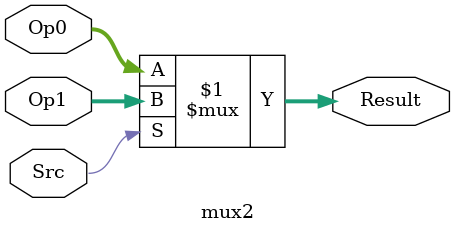
<source format=sv>

module mux2 (
    input logic [31:0]        Op0, Op1, 
    input logic               Src, 
    output logic [31:0]       Result  
);

assign Result = Src ? Op1 : Op0;

endmodule 

</source>
